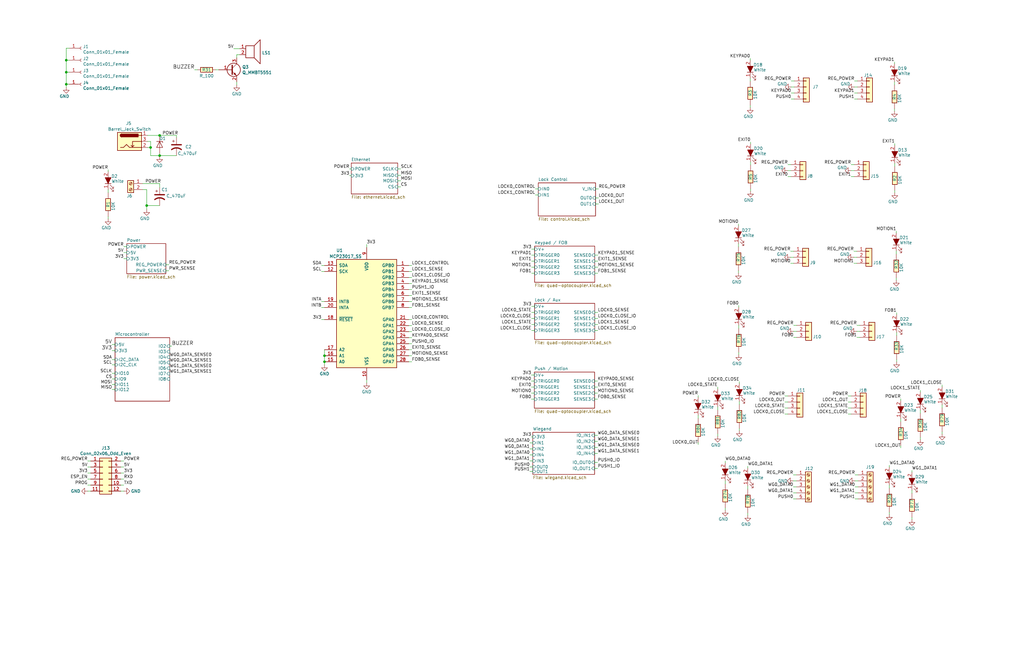
<source format=kicad_sch>
(kicad_sch (version 20230121) (generator eeschema)
  (paper "USLedger")
  (junction (at 136.8298 152.654))
  (junction (at 136.8298 150.114))
  (junction (at 63.5 62.23))
  (junction (at 27.94 30.48))
  (junction (at 61.849 86.741))
  (junction (at 67.31 65.659))
  (junction (at 27.94 25.4))
  (junction (at 27.94 35.56))
  (junction (at 67.31 57.15))
  (wire (pts (xy 67.31 77.47) (xy 67.31 79.121)))
  (wire (pts (xy 47.244 164.3888) (xy 48.514 164.3888)))
  (wire (pts (xy 357.632 167.132) (xy 358.902 167.132)))
  (wire (pts (xy 333.375 108.585) (xy 334.645 108.585)))
  (wire (pts (xy 71.5772 146.0754) (xy 72.4408 146.0754)))
  (wire (pts (xy 375.031 196.342) (xy 375.031 197.104)))
  (wire (pts (xy 29.21 30.48) (xy 27.94 30.48)))
  (wire (pts (xy 360.045 106.045) (xy 361.315 106.045)))
  (wire (pts (xy 334.645 137.287) (xy 335.915 137.287)))
  (wire (pts (xy 224.0534 158.2928) (xy 225.3234 158.2928)))
  (wire (pts (xy 334.518 208.026) (xy 335.788 208.026)))
  (wire (pts (xy 311.404 114.3) (xy 311.404 115.189)))
  (wire (pts (xy 225.7298 79.7052) (xy 226.9998 79.7052)))
  (wire (pts (xy 52.197 197.104) (xy 50.927 197.104)))
  (wire (pts (xy 172.3898 147.574) (xy 173.6598 147.574)))
  (wire (pts (xy 172.3898 137.414) (xy 173.6598 137.414)))
  (wire (pts (xy 38.227 199.644) (xy 36.957 199.644)))
  (wire (pts (xy 311.531 128.905) (xy 311.531 129.667)))
  (wire (pts (xy 47.244 159.9438) (xy 48.514 159.9438)))
  (wire (pts (xy 251.9934 183.6928) (xy 250.7234 183.6928)))
  (wire (pts (xy 135.5598 134.874) (xy 136.8298 134.874)))
  (wire (pts (xy 360.553 205.486) (xy 361.823 205.486)))
  (wire (pts (xy 48.514 151.765) (xy 47.244 151.765)))
  (wire (pts (xy 223.4184 191.9478) (xy 224.6884 191.9478)))
  (wire (pts (xy 27.94 20.32) (xy 27.94 25.4)))
  (wire (pts (xy 36.957 207.264) (xy 38.227 207.264)))
  (wire (pts (xy 311.404 102.87) (xy 311.404 104.14)))
  (wire (pts (xy 29.21 25.4) (xy 27.94 25.4)))
  (wire (pts (xy 315.341 216.535) (xy 315.341 217.424)))
  (wire (pts (xy 172.3898 129.794) (xy 173.6598 129.794)))
  (wire (pts (xy 377.317 68.961) (xy 377.317 70.231)))
  (wire (pts (xy 311.785 180.848) (xy 311.785 181.737)))
  (wire (pts (xy 333.629 34.163) (xy 334.899 34.163)))
  (wire (pts (xy 360.553 208.026) (xy 361.823 208.026)))
  (wire (pts (xy 52.197 194.564) (xy 50.927 194.564)))
  (wire (pts (xy 71.2216 111.7092) (xy 69.9516 111.7092)))
  (wire (pts (xy 224.155 129.286) (xy 225.425 129.286)))
  (wire (pts (xy 27.94 36.83) (xy 27.94 35.56)))
  (wire (pts (xy 61.849 88.392) (xy 61.849 86.741)))
  (wire (pts (xy 252.095 139.446) (xy 250.825 139.446)))
  (wire (pts (xy 316.357 44.45) (xy 316.357 45.339)))
  (wire (pts (xy 379.857 176.657) (xy 379.857 177.927)))
  (wire (pts (xy 252.095 115.316) (xy 250.825 115.316)))
  (wire (pts (xy 360.553 202.946) (xy 361.823 202.946)))
  (wire (pts (xy 60.198 77.47) (xy 67.31 77.47)))
  (wire (pts (xy 333.629 39.243) (xy 334.899 39.243)))
  (wire (pts (xy 172.3898 119.634) (xy 173.6598 119.634)))
  (wire (pts (xy 360.299 36.703) (xy 361.569 36.703)))
  (wire (pts (xy 360.553 200.406) (xy 361.823 200.406)))
  (wire (pts (xy 172.3898 117.094) (xy 173.6598 117.094)))
  (wire (pts (xy 224.155 107.696) (xy 225.425 107.696)))
  (wire (pts (xy 358.902 72.009) (xy 360.172 72.009)))
  (wire (pts (xy 147.3454 71.2724) (xy 148.1074 71.2724)))
  (wire (pts (xy 225.3234 160.8328) (xy 224.0534 160.8328)))
  (wire (pts (xy 360.553 210.566) (xy 361.823 210.566)))
  (wire (pts (xy 45.593 71.628) (xy 45.593 72.39)))
  (wire (pts (xy 61.849 80.01) (xy 60.198 80.01)))
  (wire (pts (xy 136.8298 147.574) (xy 136.8298 150.114)))
  (wire (pts (xy 252.3998 86.0552) (xy 251.1298 86.0552)))
  (wire (pts (xy 172.3898 139.954) (xy 173.6598 139.954)))
  (wire (pts (xy 333.375 106.045) (xy 334.645 106.045)))
  (wire (pts (xy 172.3898 150.114) (xy 173.6598 150.114)))
  (wire (pts (xy 311.531 148.717) (xy 311.531 149.606)))
  (wire (pts (xy 334.518 210.566) (xy 335.788 210.566)))
  (wire (pts (xy 147.3454 74.1172) (xy 148.1074 74.1172)))
  (wire (pts (xy 50.927 204.724) (xy 52.197 204.724)))
  (wire (pts (xy 377.952 117.348) (xy 377.952 118.237)))
  (wire (pts (xy 252.095 134.366) (xy 250.825 134.366)))
  (wire (pts (xy 334.518 205.486) (xy 335.788 205.486)))
  (wire (pts (xy 52.197 207.264) (xy 50.927 207.264)))
  (wire (pts (xy 62.23 62.23) (xy 63.5 62.23)))
  (wire (pts (xy 377.19 45.974) (xy 377.19 46.863)))
  (wire (pts (xy 330.962 169.672) (xy 332.232 169.672)))
  (wire (pts (xy 224.155 110.236) (xy 225.425 110.236)))
  (wire (pts (xy 294.386 186.69) (xy 294.386 187.579)))
  (wire (pts (xy 154.6098 160.274) (xy 154.6098 161.544)))
  (wire (pts (xy 332.232 69.469) (xy 333.502 69.469)))
  (wire (pts (xy 316.484 59.944) (xy 316.484 60.706)))
  (wire (pts (xy 136.8298 153.924) (xy 136.8298 152.654)))
  (wire (pts (xy 360.045 111.125) (xy 361.315 111.125)))
  (wire (pts (xy 378.079 131.953) (xy 378.079 132.715)))
  (wire (pts (xy 311.404 94.488) (xy 311.404 95.25)))
  (wire (pts (xy 333.629 41.783) (xy 334.899 41.783)))
  (wire (pts (xy 52.197 199.644) (xy 50.927 199.644)))
  (wire (pts (xy 224.155 139.446) (xy 225.425 139.446)))
  (wire (pts (xy 98.552 20.574) (xy 101.092 20.574)))
  (wire (pts (xy 224.0534 163.3728) (xy 225.3234 163.3728)))
  (wire (pts (xy 223.4184 186.8678) (xy 224.6884 186.8678)))
  (wire (pts (xy 224.155 136.906) (xy 225.425 136.906)))
  (wire (pts (xy 27.94 30.48) (xy 27.94 35.56)))
  (wire (pts (xy 361.315 139.827) (xy 362.585 139.827)))
  (wire (pts (xy 357.632 174.752) (xy 358.902 174.752)))
  (wire (pts (xy 74.422 58.039) (xy 74.422 57.15)))
  (wire (pts (xy 63.5 65.659) (xy 67.31 65.659)))
  (wire (pts (xy 357.632 169.672) (xy 358.902 169.672)))
  (wire (pts (xy 135.5598 114.554) (xy 136.8298 114.554)))
  (wire (pts (xy 360.299 34.163) (xy 361.569 34.163)))
  (wire (pts (xy 379.857 188.087) (xy 379.857 188.976)))
  (wire (pts (xy 302.641 183.134) (xy 302.641 184.023)))
  (wire (pts (xy 45.593 80.01) (xy 45.593 81.28)))
  (wire (pts (xy 63.5 59.69) (xy 63.5 62.23)))
  (wire (pts (xy 252.3998 79.7052) (xy 251.1298 79.7052)))
  (wire (pts (xy 251.9934 197.6628) (xy 250.7234 197.6628)))
  (wire (pts (xy 69.9516 114.2492) (xy 71.2216 114.2492)))
  (wire (pts (xy 67.31 64.77) (xy 67.31 65.659)))
  (wire (pts (xy 252.095 107.696) (xy 250.825 107.696)))
  (wire (pts (xy 251.9934 191.3128) (xy 250.7234 191.3128)))
  (wire (pts (xy 384.556 218.313) (xy 384.556 219.202)))
  (wire (pts (xy 172.3898 142.494) (xy 173.6598 142.494)))
  (wire (pts (xy 223.4184 189.4078) (xy 224.6884 189.4078)))
  (wire (pts (xy 224.155 115.316) (xy 225.425 115.316)))
  (wire (pts (xy 294.386 175.26) (xy 294.386 176.53)))
  (wire (pts (xy 333.375 111.125) (xy 334.645 111.125)))
  (wire (pts (xy 384.556 198.501) (xy 384.556 199.263)))
  (wire (pts (xy 52.197 202.184) (xy 50.927 202.184)))
  (wire (pts (xy 377.952 97.536) (xy 377.952 98.298)))
  (wire (pts (xy 135.5598 129.794) (xy 136.8298 129.794)))
  (wire (pts (xy 311.531 137.287) (xy 311.531 138.557)))
  (wire (pts (xy 168.9862 78.8416) (xy 167.7162 78.8416)))
  (wire (pts (xy 388.112 173.101) (xy 388.112 174.371)))
  (wire (pts (xy 252.095 112.776) (xy 250.825 112.776)))
  (wire (pts (xy 397.256 162.433) (xy 397.256 163.195)))
  (wire (pts (xy 302.641 163.322) (xy 302.641 164.084)))
  (wire (pts (xy 99.822 23.114) (xy 99.822 24.384)))
  (wire (pts (xy 375.031 216.154) (xy 375.031 217.043)))
  (wire (pts (xy 67.31 65.659) (xy 67.31 66.04)))
  (wire (pts (xy 360.299 41.783) (xy 361.569 41.783)))
  (wire (pts (xy 53.4416 104.0892) (xy 52.1716 104.0892)))
  (wire (pts (xy 315.341 205.105) (xy 315.341 206.375)))
  (wire (pts (xy 251.9934 168.4528) (xy 250.7234 168.4528)))
  (wire (pts (xy 316.484 79.756) (xy 316.484 80.645)))
  (wire (pts (xy 225.3234 165.9128) (xy 224.0534 165.9128)))
  (wire (pts (xy 45.593 91.44) (xy 45.593 92.329)))
  (wire (pts (xy 36.957 194.564) (xy 38.227 194.564)))
  (wire (pts (xy 224.0534 168.4528) (xy 225.3234 168.4528)))
  (wire (pts (xy 36.957 197.104) (xy 38.227 197.104)))
  (wire (pts (xy 388.112 184.531) (xy 388.112 185.42)))
  (wire (pts (xy 252.095 131.826) (xy 250.825 131.826)))
  (wire (pts (xy 62.23 57.15) (xy 67.31 57.15)))
  (wire (pts (xy 316.484 68.326) (xy 316.484 69.596)))
  (wire (pts (xy 67.31 65.659) (xy 74.422 65.659)))
  (wire (pts (xy 305.816 202.946) (xy 305.816 204.216)))
  (wire (pts (xy 99.822 23.114) (xy 101.092 23.114)))
  (wire (pts (xy 99.822 35.814) (xy 99.822 34.544)))
  (wire (pts (xy 223.4184 194.4878) (xy 224.6884 194.4878)))
  (wire (pts (xy 377.952 105.918) (xy 377.952 107.188)))
  (wire (pts (xy 135.5598 127.254) (xy 136.8298 127.254)))
  (wire (pts (xy 251.9934 165.9128) (xy 250.7234 165.9128)))
  (wire (pts (xy 27.94 35.56) (xy 29.21 35.56)))
  (wire (pts (xy 224.155 112.776) (xy 225.425 112.776)))
  (wire (pts (xy 83.312 29.464) (xy 82.042 29.464)))
  (wire (pts (xy 311.785 161.036) (xy 311.785 161.798)))
  (wire (pts (xy 48.514 145.415) (xy 47.244 145.415)))
  (wire (pts (xy 38.227 204.724) (xy 36.957 204.724)))
  (wire (pts (xy 251.9934 195.1228) (xy 250.7234 195.1228)))
  (wire (pts (xy 251.9934 188.7728) (xy 250.7234 188.7728)))
  (wire (pts (xy 250.7234 163.3728) (xy 251.9934 163.3728)))
  (wire (pts (xy 172.3898 152.654) (xy 173.6598 152.654)))
  (wire (pts (xy 316.357 24.638) (xy 316.357 25.4)))
  (wire (pts (xy 47.244 162.2298) (xy 48.514 162.2298)))
  (wire (pts (xy 172.3898 112.014) (xy 173.6598 112.014)))
  (wire (pts (xy 377.317 60.579) (xy 377.317 61.341)))
  (wire (pts (xy 384.556 206.883) (xy 384.556 208.153)))
  (wire (pts (xy 251.9934 160.8328) (xy 250.7234 160.8328)))
  (wire (pts (xy 47.244 157.5308) (xy 48.514 157.5308)))
  (wire (pts (xy 357.632 172.212) (xy 358.902 172.212)))
  (wire (pts (xy 311.785 169.418) (xy 311.785 170.688)))
  (wire (pts (xy 223.4184 197.0278) (xy 224.6884 197.0278)))
  (wire (pts (xy 53.4416 109.1692) (xy 52.1716 109.1692)))
  (wire (pts (xy 172.3898 127.254) (xy 173.6598 127.254)))
  (wire (pts (xy 251.9934 186.2328) (xy 250.7234 186.2328)))
  (wire (pts (xy 224.155 105.156) (xy 225.425 105.156)))
  (wire (pts (xy 330.962 167.132) (xy 332.232 167.132)))
  (wire (pts (xy 332.232 72.009) (xy 333.502 72.009)))
  (wire (pts (xy 330.962 174.752) (xy 332.232 174.752)))
  (wire (pts (xy 48.514 147.955) (xy 47.244 147.955)))
  (wire (pts (xy 378.079 151.765) (xy 378.079 152.654)))
  (wire (pts (xy 397.256 182.245) (xy 397.256 183.134)))
  (wire (pts (xy 315.341 196.723) (xy 315.341 197.485)))
  (wire (pts (xy 154.6098 103.124) (xy 154.6098 104.394)))
  (wire (pts (xy 225.7298 82.2452) (xy 226.9998 82.2452)))
  (wire (pts (xy 375.031 204.724) (xy 375.031 205.994)))
  (wire (pts (xy 252.095 110.236) (xy 250.825 110.236)))
  (wire (pts (xy 38.227 202.184) (xy 36.957 202.184)))
  (wire (pts (xy 136.8298 112.014) (xy 135.5598 112.014)))
  (wire (pts (xy 48.514 153.924) (xy 47.244 153.924)))
  (wire (pts (xy 223.4184 198.9328) (xy 224.6884 198.9328)))
  (wire (pts (xy 172.3898 114.554) (xy 173.6598 114.554)))
  (wire (pts (xy 358.902 74.549) (xy 360.172 74.549)))
  (wire (pts (xy 61.849 86.741) (xy 61.849 80.01)))
  (wire (pts (xy 388.112 164.719) (xy 388.112 165.481)))
  (wire (pts (xy 361.315 137.287) (xy 362.585 137.287)))
  (wire (pts (xy 136.8298 150.114) (xy 136.8298 152.654)))
  (wire (pts (xy 29.21 20.32) (xy 27.94 20.32)))
  (wire (pts (xy 302.641 171.704) (xy 302.641 172.974)))
  (wire (pts (xy 360.299 39.243) (xy 361.569 39.243)))
  (wire (pts (xy 332.232 74.549) (xy 333.502 74.549)))
  (wire (pts (xy 330.962 172.212) (xy 332.232 172.212)))
  (wire (pts (xy 305.816 214.376) (xy 305.816 215.265)))
  (wire (pts (xy 53.4416 106.6292) (xy 52.1716 106.6292)))
  (wire (pts (xy 168.9862 74.0156) (xy 167.7162 74.0156)))
  (wire (pts (xy 172.3898 134.874) (xy 173.6598 134.874)))
  (wire (pts (xy 316.357 33.02) (xy 316.357 34.29)))
  (wire (pts (xy 168.9862 71.2724) (xy 167.7162 71.2724)))
  (wire (pts (xy 67.31 57.15) (xy 74.422 57.15)))
  (wire (pts (xy 224.155 131.826) (xy 225.425 131.826)))
  (wire (pts (xy 378.079 140.335) (xy 378.079 141.605)))
  (wire (pts (xy 172.3898 145.034) (xy 173.6598 145.034)))
  (wire (pts (xy 334.645 139.827) (xy 335.915 139.827)))
  (wire (pts (xy 62.23 59.69) (xy 63.5 59.69)))
  (wire (pts (xy 377.317 80.391) (xy 377.317 81.28)))
  (wire (pts (xy 377.19 26.162) (xy 377.19 26.924)))
  (wire (pts (xy 251.1298 83.5152) (xy 252.3998 83.5152)))
  (wire (pts (xy 252.095 136.906) (xy 250.825 136.906)))
  (wire (pts (xy 358.902 69.469) (xy 360.172 69.469)))
  (wire (pts (xy 224.0534 184.3278) (xy 224.6884 184.3278)))
  (wire (pts (xy 333.629 36.703) (xy 334.899 36.703)))
  (wire (pts (xy 334.518 202.946) (xy 335.788 202.946)))
  (wire (pts (xy 168.9862 76.3016) (xy 167.7162 76.3016)))
  (wire (pts (xy 172.3898 124.714) (xy 173.6598 124.714)))
  (wire (pts (xy 27.94 25.4) (xy 27.94 30.48)))
  (wire (pts (xy 361.315 142.367) (xy 362.585 142.367)))
  (wire (pts (xy 224.155 134.366) (xy 225.425 134.366)))
  (wire (pts (xy 61.849 86.741) (xy 67.31 86.741)))
  (wire (pts (xy 63.5 62.23) (xy 63.5 65.659)))
  (wire (pts (xy 294.386 166.878) (xy 294.386 167.64)))
  (wire (pts (xy 397.256 170.815) (xy 397.256 172.085)))
  (wire (pts (xy 379.857 168.275) (xy 379.857 169.037)))
  (wire (pts (xy 172.3898 122.174) (xy 173.6598 122.174)))
  (wire (pts (xy 377.19 34.544) (xy 377.19 35.814)))
  (wire (pts (xy 334.645 142.367) (xy 335.915 142.367)))
  (wire (pts (xy 360.045 108.585) (xy 361.315 108.585)))
  (wire (pts (xy 305.816 194.564) (xy 305.816 195.326)))
  (wire (pts (xy 90.932 29.464) (xy 92.202 29.464)))
  (wire (pts (xy 334.518 200.406) (xy 335.788 200.406)))
  (label "SCL" (at 135.5598 114.554 180))
  (label "LOCK1_CLOSE" (at 224.155 139.446 180))
  (label "3V3" (at 154.6098 103.124 0))
  (label "POWER" (at 68.453 57.15 0))
  (label "KEYPAD1" (at 224.155 107.696 180))
  (label "LOCK0_CLOSE" (at 330.962 174.752 180))
  (label "5V" (at 52.197 197.104 0))
  (label "POWER" (at 61.214 77.47 0))
  (label "PUSH0" (at 334.518 210.566 180))
  (label "WG0_DATA1" (at 315.341 196.723 0))
  (label "EXIT1" (at 377.317 60.579 180))
  (label "LOCK0_STATE" (at 224.155 131.826 180))
  (label "REG_POWER" (at 332.232 69.469 180))
  (label "3V3" (at 147.3454 74.1172 180))
  (label "FOB1" (at 224.155 115.316 180))
  (label "REG_POWER" (at 333.629 34.163 180))
  (label "POWER" (at 379.857 168.275 180))
  (label "WG0_DATA_SENSE1" (at 251.9934 186.2328 0))
  (label "LOCK0_CLOSE_IO" (at 252.095 134.366 0))
  (label "LOCK0_SENSE" (at 252.095 131.826 0))
  (label "PUSH0" (at 223.4184 197.0278 180))
  (label "WG1_DATA0" (at 360.553 205.486 180))
  (label "LOCK0_OUT" (at 294.386 187.579 180))
  (label "REG_POWER" (at 36.957 194.564 180))
  (label "LOCK1_CONTROL" (at 173.6598 112.014 0))
  (label "REG_POWER" (at 252.3998 79.7052 0))
  (label "WG0_DATA0" (at 223.4184 186.8678 180))
  (label "POWER" (at 330.962 167.132 180))
  (label "PUSH0_IO" (at 173.6598 145.034 0))
  (label "LOCK0_CLOSE" (at 224.155 134.366 180))
  (label "WG1_DATA_SENSE1" (at 251.9934 191.3128 0))
  (label "WG1_DATA_SENSE0" (at 251.9934 188.7728 0))
  (label "FOB0" (at 334.645 142.367 180))
  (label "PROG" (at 36.957 204.724 180))
  (label "MOTION1" (at 224.155 112.776 180))
  (label "KEYPAD0" (at 316.357 24.638 180))
  (label "WG0_DATA_SENSE0" (at 251.9934 183.6928 0))
  (label "MOTION1" (at 360.045 111.125 180))
  (label "WG1_DATA0" (at 223.4184 191.9478 180))
  (label "POWER" (at 52.197 194.564 0))
  (label "ESP_EN" (at 36.957 202.184 180))
  (label "WG1_DATA1" (at 360.553 208.026 180))
  (label "3V3" (at 224.0534 184.3278 180))
  (label "EXIT0" (at 224.0534 163.3728 180))
  (label "SDA" (at 135.5598 112.014 180))
  (label "EXIT1_SENSE" (at 252.095 110.236 0))
  (label "LOCK1_SENSE" (at 252.095 136.906 0))
  (label "WG0_DATA1" (at 334.518 208.026 180))
  (label "POWER" (at 45.593 71.628 180))
  (label "LOCK1_CLOSE" (at 397.256 162.433 180))
  (label "FOB0" (at 311.531 128.905 180))
  (label "KEYPAD0" (at 333.629 39.243 180))
  (label "MOTION0" (at 333.375 111.125 180))
  (label "MOTION0" (at 311.404 94.488 180))
  (label "FOB0_SENSE" (at 251.9934 168.4528 0))
  (label "PUSH1" (at 223.4184 198.9328 180))
  (label "BUZZER" (at 82.042 29.464 180) (effects (font (size 1.524 1.524))))
  (label "SCLK" (at 47.244 157.5308 180))
  (label "POWER" (at 294.386 166.878 180))
  (label "WG1_DATA0" (at 375.031 196.342 0))
  (label "LOCK1_STATE" (at 224.155 136.906 180))
  (label "WG1_DATA1" (at 223.4184 194.4878 180))
  (label "3V3" (at 47.244 147.955 180) (effects (font (size 1.524 1.524))))
  (label "LOCK1_OUT" (at 379.857 188.976 180))
  (label "LOCK0_CLOSE" (at 311.785 161.036 180))
  (label "KEYPAD1" (at 377.19 26.162 180))
  (label "WG0_DATA_SENSE1" (at 71.5772 152.9842 0))
  (label "KEYPAD1_SENSE" (at 173.6598 119.634 0))
  (label "LOCK0_OUT" (at 330.962 169.672 180))
  (label "3V3" (at 36.957 199.644 180))
  (label "KEYPAD0_SENSE" (at 173.6598 142.494 0))
  (label "POWER" (at 357.632 167.132 180))
  (label "LOCK0_STATE" (at 302.641 163.322 180))
  (label "FOB1_SENSE" (at 173.6598 129.794 0))
  (label "LOCK1_CONTROL" (at 225.7298 82.2452 180))
  (label "LOCK1_OUT" (at 357.632 169.672 180))
  (label "REG_POWER" (at 333.375 106.045 180))
  (label "MOSI" (at 47.244 162.2298 180))
  (label "3V3" (at 52.197 199.644 0))
  (label "LOCK1_CLOSE_IO" (at 173.6598 117.094 0))
  (label "KEYPAD0" (at 224.0534 160.8328 180))
  (label "LOCK0_OUT" (at 252.3998 83.5152 0))
  (label "PUSH0_IO" (at 251.9934 195.1228 0))
  (label "LOCK1_SENSE" (at 173.6598 114.554 0))
  (label "MISO" (at 168.9862 74.0156 0))
  (label "FOB0_SENSE" (at 173.6598 152.654 0))
  (label "FOB1" (at 361.315 142.367 180))
  (label "MOTION0" (at 224.0534 165.9128 180))
  (label "WG0_DATA1" (at 223.4184 189.4078 180))
  (label "3V3" (at 224.155 129.286 180))
  (label "REG_POWER" (at 360.553 200.406 180))
  (label "EXIT0" (at 316.484 59.944 180))
  (label "MOSI" (at 168.9862 76.3016 0))
  (label "LOCK0_STATE" (at 330.962 172.212 180))
  (label "WG0_DATA_SENSE0" (at 71.5772 150.6982 0))
  (label "FOB1" (at 378.079 131.953 180))
  (label "CS" (at 168.9862 78.8416 0))
  (label "LOCK0_CONTROL" (at 173.6598 134.874 0))
  (label "EXIT1" (at 358.902 74.549 180))
  (label "LOCK1_OUT" (at 252.3998 86.0552 0))
  (label "5V" (at 36.957 197.104 180))
  (label "PUSH1" (at 360.299 41.783 180))
  (label "BUZZER" (at 72.4408 146.0754 0) (effects (font (size 1.524 1.524))))
  (label "LOCK1_CLOSE_IO" (at 252.095 139.446 0))
  (label "REG_POWER" (at 360.045 106.045 180))
  (label "MOTION1_SENSE" (at 252.095 112.776 0))
  (label "MOTION0_SENSE" (at 173.6598 150.114 0))
  (label "POWER" (at 52.1716 104.0892 180))
  (label "3V3" (at 224.155 105.156 180))
  (label "PUSH1_IO" (at 251.9934 197.6628 0))
  (label "5V" (at 52.1716 106.6292 180))
  (label "SCL" (at 47.244 153.924 180))
  (label "POWER" (at 147.3454 71.2724 180))
  (label "WG1_DATA_SENSE0" (at 71.5772 155.3972 0))
  (label "SDA" (at 47.244 151.765 180))
  (label "PWR_SENSE" (at 71.2216 114.2492 0))
  (label "3V3" (at 135.5598 134.874 180))
  (label "CS" (at 47.244 159.9438 180))
  (label "EXIT1_SENSE" (at 173.6598 124.714 0))
  (label "FOB0" (at 224.0534 168.4528 180))
  (label "LOCK1_STATE" (at 388.112 164.719 180))
  (label "PUSH0" (at 333.629 41.783 180))
  (label "REG_POWER" (at 71.2216 111.7092 0))
  (label "EXIT1" (at 224.155 110.236 180))
  (label "PUSH1" (at 360.553 210.566 180))
  (label "MOTION1_SENSE" (at 173.6598 127.254 0))
  (label "REG_POWER" (at 334.645 137.287 180))
  (label "FOB1_SENSE" (at 252.095 115.316 0))
  (label "LOCK0_SENSE" (at 173.6598 137.414 0))
  (label "LOCK1_STATE" (at 357.632 172.212 180))
  (label "KEYPAD1_SENSE" (at 252.095 107.696 0))
  (label "LOCK0_CONTROL" (at 225.7298 79.7052 180))
  (label "WG1_DATA1" (at 384.556 198.501 0))
  (label "SCLK" (at 168.9862 71.2724 0))
  (label "REG_POWER" (at 360.299 34.163 180))
  (label "TXD" (at 52.197 204.724 0))
  (label "KEYPAD1" (at 360.299 39.243 180))
  (label "LOCK0_CLOSE_IO" (at 173.6598 139.954 0))
  (label "3V3" (at 224.0534 158.2928 180))
  (label "EXIT0" (at 332.232 74.549 180))
  (label "EXIT0_SENSE" (at 173.6598 147.574 0))
  (label "WG1_DATA_SENSE1" (at 71.5772 157.6832 0))
  (label "EXIT0_SENSE" (at 251.9934 163.3728 0))
  (label "5V" (at 47.244 145.415 180) (effects (font (size 1.524 1.524))))
  (label "PUSH1_IO" (at 173.6598 122.174 0))
  (label "MISO" (at 47.244 164.3888 180))
  (label "RXD" (at 52.197 202.184 0))
  (label "MOTION0_SENSE" (at 251.9934 165.9128 0))
  (label "WG0_DATA0" (at 334.518 205.486 180))
  (label "REG_POWER" (at 358.902 69.469 180))
  (label "KEYPAD0_SENSE" (at 251.9934 160.8328 0))
  (label "WG0_DATA0" (at 305.816 194.564 0))
  (label "3V3" (at 52.1716 109.1692 180))
  (label "INTA" (at 135.5598 127.254 180))
  (label "REG_POWER" (at 361.315 137.287 180))
  (label "REG_POWER" (at 334.518 200.406 180))
  (label "INTB" (at 135.5598 129.794 180))
  (label "5V" (at 98.552 20.574 180))
  (label "MOTION1" (at 377.952 97.536 180))
  (label "LOCK1_CLOSE" (at 357.632 174.752 180))
  (symbol (lib_id "Open_Automation:MCP23017_SS") (at 154.6098 132.334 0) (unit 1)
    (property "Reference" "U1" (at 143.1798 105.664 0))
    (property "Value" "MCP23017_SS" (at 145.7198 108.204 0))
    (property "Footprint" "Package_SO:SOIC-28W_7.5x17.9mm_P1.27mm" (effects hide))
    (property "Datasheet" "https://datasheet.lcsc.com/szlcsc/Microchip-Tech-MCP23017-E-SO_C47023.pdf" (effects hide))
    (property "Part Number" "MCP23017-E/SO" (effects hide))
    (property "LCSC" "C47023" (effects hide))
  )
  (symbol (lib_id "power:GND") (at 154.6098 161.544 0) (unit 1)
    (property "Reference" "#PWR018" (effects hide))
    (property "Value" "GND" (at 154.6098 165.354 0))
  )
  (symbol (lib_id "power:GND") (at 136.8298 153.924 0) (unit 1)
    (property "Reference" "#PWR017" (effects hide))
    (property "Value" "GND" (at 136.8298 157.734 0))
  )
  (symbol (lib_id "power:GND") (at 52.197 207.264 90) (unit 1)
    (property "Reference" "#PWR011" (effects hide))
    (property "Value" "GND" (at 57.277 207.264 90))
  )
  (symbol (lib_id "power:GND") (at 36.957 207.264 270) (unit 1)
    (property "Reference" "#PWR010" (effects hide))
    (property "Value" "GND" (at 31.877 207.264 90))
  )
  (symbol (lib_id "power:GND") (at 67.31 66.04 0) (unit 1)
    (property "Reference" "#PWR03" (effects hide))
    (property "Value" "GND" (at 68.58 69.85 0) (effects (justify right)))
  )
  (symbol (lib_id "Open_Automation:D_Zener") (at 67.31 60.96 270) (unit 1)
    (property "Reference" "D1" (at 68.58 58.42 90))
    (property "Value" "D_Zener" (effects hide))
    (property "Footprint" "Diode_SMD:D_SMB_Handsoldering" (effects hide))
    (property "Datasheet" "https://datasheet.lcsc.com/szlcsc/Shenzhen-Ruilongyuan-Elec-SMBJ26CA_C8835.pdf" (effects hide))
    (property "Part Number" "SMBJ26CA" (effects hide))
    (property "LCSC" "C8835" (effects hide))
  )
  (symbol (lib_id "Connector_Generic:Conn_02x06_Odd_Even") (at 43.307 199.644 0) (unit 1)
    (property "Reference" "J13" (at 44.577 189.0522 0))
    (property "Value" "Conn_02x06_Odd_Even" (at 44.577 191.3636 0))
    (property "Footprint" "Connector_PinHeader_2.54mm:PinHeader_2x06_P2.54mm_Vertical_SMD" (effects hide))
    (property "Part Number" "X6521WVS-2x06H-C60D74" (effects hide))
    (property "LCSC" "C2884015" (effects hide))
  )
  (symbol (lib_id "Connector:Conn_01x01_Female") (at 34.29 20.32 0) (unit 1)
    (property "Reference" "J1" (at 35.0012 19.6596 0) (effects (justify left)))
    (property "Value" "Conn_01x01_Female" (at 35.0012 21.971 0) (effects (justify left)))
    (property "Footprint" "Open_Automation:Mount_Hole" (effects hide))
  )
  (symbol (lib_id "Connector:Conn_01x01_Female") (at 34.29 25.4 0) (unit 1)
    (property "Reference" "J2" (at 35.0012 24.7396 0) (effects (justify left)))
    (property "Value" "Conn_01x01_Female" (at 35.0012 27.051 0) (effects (justify left)))
    (property "Footprint" "Open_Automation:Mount_Hole" (effects hide))
  )
  (symbol (lib_id "Connector:Conn_01x01_Female") (at 34.29 30.48 0) (unit 1)
    (property "Reference" "J3" (at 35.0012 29.8196 0) (effects (justify left)))
    (property "Value" "Conn_01x01_Female" (at 35.0012 32.131 0) (effects (justify left)))
    (property "Footprint" "Open_Automation:Mount_Hole" (effects hide))
  )
  (symbol (lib_id "Connector:Conn_01x01_Female") (at 34.29 35.56 0) (unit 1)
    (property "Reference" "J4" (at 35.0012 34.8996 0) (effects (justify left)))
    (property "Value" "Conn_01x01_Female" (at 35.0012 37.211 0) (effects (justify left)))
    (property "Footprint" "Open_Automation:Mount_Hole" (effects hide))
  )
  (symbol (lib_id "power:GND") (at 27.94 36.83 0) (unit 1)
    (property "Reference" "#PWR01" (effects hide))
    (property "Value" "GND" (at 29.21 40.64 0) (effects (justify right)))
  )
  (symbol (lib_name "R_10K_0402_3") (lib_id "Open_Automation:R_10K_0402") (at 377.19 40.894 0) (unit 1)
    (property "Reference" "R4" (at 377.19 42.164 90) (effects (justify left)))
    (property "Value" "10K" (at 379.3236 43.4848 90) (effects (justify left)))
    (property "Footprint" "Resistor_SMD:R_0402_1005Metric_Pad0.72x0.64mm_HandSolder" (effects hide))
    (property "Datasheet" "https://datasheet.lcsc.com/szlcsc/Uniroyal-Elec-0402WGF1002TCE_C25744.pdf" (effects hide))
    (property "Part Number" "0402WGF1002TCE" (effects hide))
    (property "LCSC" "C25744" (effects hide))
  )
  (symbol (lib_id "power:GND") (at 311.531 149.606 0) (unit 1)
    (property "Reference" "#PWR0101" (effects hide))
    (property "Value" "GND" (at 312.801 153.416 0) (effects (justify right)))
  )
  (symbol (lib_id "open_automation:Terminal_01x03") (at 365.252 72.009 0) (unit 1)
    (property "Reference" "J15" (at 367.03 74.295 0) (effects (justify left)))
    (property "Value" "Terminal_01x03" (effects hide))
    (property "Footprint" "TerminalBlock_Phoenix:TerminalBlock_Phoenix_MKDS-3-3-5.08_1x03_P5.08mm_Horizontal" (effects hide))
    (property "Datasheet" "https://jlcpcb.com/partdetail/Ningbo_KangnexElec-WJ2EDGRC_5_083P/C8377" (effects hide))
    (property "LCSC" "C8377" (effects hide))
    (property "Part Number" "WJ2EDGRC-5.08-3P" (effects hide))
  )
  (symbol (lib_name "R_10K_0402_3") (lib_id "Open_Automation:R_10K_0402") (at 379.857 183.007 0) (unit 1)
    (property "Reference" "R34" (at 379.857 184.277 90) (effects (justify left)))
    (property "Value" "10K" (at 381.9906 185.5978 90) (effects (justify left)))
    (property "Footprint" "Resistor_SMD:R_0402_1005Metric_Pad0.72x0.64mm_HandSolder" (effects hide))
    (property "Datasheet" "https://datasheet.lcsc.com/szlcsc/Uniroyal-Elec-0402WGF1002TCE_C25744.pdf" (effects hide))
    (property "Part Number" "0402WGF1002TCE" (effects hide))
    (property "LCSC" "C25744" (effects hide))
  )
  (symbol (lib_id "open_automation:Terminal_01x03") (at 366.395 108.585 0) (unit 1)
    (property "Reference" "J16" (at 368.173 110.871 0) (effects (justify left)))
    (property "Value" "Terminal_01x03" (effects hide))
    (property "Footprint" "TerminalBlock_Phoenix:TerminalBlock_Phoenix_MKDS-3-3-5.08_1x03_P5.08mm_Horizontal" (effects hide))
    (property "Datasheet" "https://jlcpcb.com/partdetail/Ningbo_KangnexElec-WJ2EDGRC_5_083P/C8377" (effects hide))
    (property "LCSC" "C8377" (effects hide))
    (property "Part Number" "WJ2EDGRC-5.08-3P" (effects hide))
  )
  (symbol (lib_id "power:GND") (at 316.357 45.339 0) (unit 1)
    (property "Reference" "#PWR021" (effects hide))
    (property "Value" "GND" (at 317.627 49.149 0) (effects (justify right)))
  )
  (symbol (lib_id "power:GND") (at 360.553 202.946 270) (unit 1)
    (property "Reference" "#PWR016" (effects hide))
    (property "Value" "GND" (at 356.108 202.946 90))
  )
  (symbol (lib_id "open_automation:LED-0603-W") (at 316.484 64.516 90) (unit 1)
    (property "Reference" "D20" (at 317.8048 62.6618 90) (effects (justify right)))
    (property "Value" "White" (at 317.9318 64.7954 90) (effects (justify right)))
    (property "Footprint" "LED_SMD:LED_0603_1608Metric_Pad1.05x0.95mm_HandSolder" (effects hide))
    (property "Datasheet" "https://jlcpcb.com/partdetail/Hubei_KentoElec-KT0603W/C2290" (effects hide))
    (property "Part Number" "KT-0603W" (effects hide))
    (property "LCSC" "C2290" (effects hide))
  )
  (symbol (lib_id "open_automation:Screw_Terminal_01x05") (at 340.868 205.486 0) (unit 1)
    (property "Reference" "J12" (at 339.344 197.739 0) (effects (justify left)))
    (property "Value" "Screw_Terminal_01x05" (effects hide))
    (property "Footprint" "TerminalBlock_Phoenix:TerminalBlock_Phoenix_MKDS-3-5-5.08_1x05_P5.08mm_Horizontal" (effects hide))
    (property "Datasheet" "https://jlcpcb.com/partdetail/Ningbo_KangnexElec-WJ2EDGRC_5_085P/C8457" (effects hide))
    (property "LCSC" "C8457" (effects hide))
    (property "Part Number" "WJ2EDGRC-5.08-5P" (effects hide))
  )
  (symbol (lib_name "R_10K_0402_3") (lib_id "Open_Automation:R_10K_0402") (at 305.816 209.296 0) (unit 1)
    (property "Reference" "R74" (at 305.816 210.566 90) (effects (justify left)))
    (property "Value" "10K" (at 307.9496 211.8868 90) (effects (justify left)))
    (property "Footprint" "Resistor_SMD:R_0402_1005Metric_Pad0.72x0.64mm_HandSolder" (effects hide))
    (property "Datasheet" "https://datasheet.lcsc.com/szlcsc/Uniroyal-Elec-0402WGF1002TCE_C25744.pdf" (effects hide))
    (property "Part Number" "0402WGF1002TCE" (effects hide))
    (property "LCSC" "C25744" (effects hide))
  )
  (symbol (lib_id "open_automation:LED-0603-W") (at 316.357 29.21 90) (unit 1)
    (property "Reference" "D18" (at 317.6778 27.3558 90) (effects (justify right)))
    (property "Value" "White" (at 317.8048 29.4894 90) (effects (justify right)))
    (property "Footprint" "LED_SMD:LED_0603_1608Metric_Pad1.05x0.95mm_HandSolder" (effects hide))
    (property "Datasheet" "https://jlcpcb.com/partdetail/Hubei_KentoElec-KT0603W/C2290" (effects hide))
    (property "Part Number" "KT-0603W" (effects hide))
    (property "LCSC" "C2290" (effects hide))
  )
  (symbol (lib_id "power:GND") (at 316.484 80.645 0) (unit 1)
    (property "Reference" "#PWR023" (effects hide))
    (property "Value" "GND" (at 317.754 84.455 0) (effects (justify right)))
  )
  (symbol (lib_id "power:GND") (at 378.079 152.654 0) (unit 1)
    (property "Reference" "#PWR059" (effects hide))
    (property "Value" "GND" (at 379.349 156.464 0) (effects (justify right)))
  )
  (symbol (lib_name "R_10K_0402_3") (lib_id "Open_Automation:R_10K_0402") (at 311.785 175.768 0) (unit 1)
    (property "Reference" "R82" (at 311.785 177.038 90) (effects (justify left)))
    (property "Value" "10K" (at 313.9186 178.3588 90) (effects (justify left)))
    (property "Footprint" "Resistor_SMD:R_0402_1005Metric_Pad0.72x0.64mm_HandSolder" (effects hide))
    (property "Datasheet" "https://datasheet.lcsc.com/szlcsc/Uniroyal-Elec-0402WGF1002TCE_C25744.pdf" (effects hide))
    (property "Part Number" "0402WGF1002TCE" (effects hide))
    (property "LCSC" "C25744" (effects hide))
  )
  (symbol (lib_id "power:GND") (at 397.256 183.134 0) (unit 1)
    (property "Reference" "#PWR060" (effects hide))
    (property "Value" "GND" (at 398.526 186.944 0) (effects (justify right)))
  )
  (symbol (lib_id "open_automation:LED-0603-W") (at 305.816 199.136 90) (unit 1)
    (property "Reference" "D26" (at 307.1368 197.2818 90) (effects (justify right)))
    (property "Value" "White" (at 307.2638 199.4154 90) (effects (justify right)))
    (property "Footprint" "LED_SMD:LED_0603_1608Metric_Pad1.05x0.95mm_HandSolder" (effects hide))
    (property "Datasheet" "https://jlcpcb.com/partdetail/Hubei_KentoElec-KT0603W/C2290" (effects hide))
    (property "Part Number" "KT-0603W" (effects hide))
    (property "LCSC" "C2290" (effects hide))
  )
  (symbol (lib_id "open_automation:LED-0603-W") (at 311.785 165.608 90) (unit 1)
    (property "Reference" "D34" (at 313.1058 163.7538 90) (effects (justify right)))
    (property "Value" "White" (at 313.2328 165.8874 90) (effects (justify right)))
    (property "Footprint" "LED_SMD:LED_0603_1608Metric_Pad1.05x0.95mm_HandSolder" (effects hide))
    (property "Datasheet" "https://jlcpcb.com/partdetail/Hubei_KentoElec-KT0603W/C2290" (effects hide))
    (property "Part Number" "KT-0603W" (effects hide))
    (property "LCSC" "C2290" (effects hide))
  )
  (symbol (lib_name "R_10K_0402_3") (lib_id "Open_Automation:R_10K_0402") (at 378.079 146.685 0) (unit 1)
    (property "Reference" "R33" (at 378.079 147.955 90) (effects (justify left)))
    (property "Value" "10K" (at 380.2126 149.2758 90) (effects (justify left)))
    (property "Footprint" "Resistor_SMD:R_0402_1005Metric_Pad0.72x0.64mm_HandSolder" (effects hide))
    (property "Datasheet" "https://datasheet.lcsc.com/szlcsc/Uniroyal-Elec-0402WGF1002TCE_C25744.pdf" (effects hide))
    (property "Part Number" "0402WGF1002TCE" (effects hide))
    (property "LCSC" "C25744" (effects hide))
  )
  (symbol (lib_id "open_automation:Terminal_01x03") (at 338.582 72.009 0) (unit 1)
    (property "Reference" "J8" (at 340.36 74.295 0) (effects (justify left)))
    (property "Value" "Terminal_01x03" (effects hide))
    (property "Footprint" "TerminalBlock_Phoenix:TerminalBlock_Phoenix_MKDS-3-3-5.08_1x03_P5.08mm_Horizontal" (effects hide))
    (property "Datasheet" "https://jlcpcb.com/partdetail/Ningbo_KangnexElec-WJ2EDGRC_5_083P/C8377" (effects hide))
    (property "LCSC" "C8377" (effects hide))
    (property "Part Number" "WJ2EDGRC-5.08-3P" (effects hide))
  )
  (symbol (lib_id "power:GND") (at 360.045 108.585 270) (unit 1)
    (property "Reference" "#PWR014" (effects hide))
    (property "Value" "GND" (at 356.235 107.315 90))
  )
  (symbol (lib_id "power:GND") (at 361.315 139.827 270) (unit 1)
    (property "Reference" "#PWR015" (effects hide))
    (property "Value" "GND" (at 357.505 138.557 90))
  )
  (symbol (lib_id "open_automation:Terminal_01x03") (at 340.995 139.827 0) (unit 1)
    (property "Reference" "J10" (at 342.773 142.113 0) (effects (justify left)))
    (property "Value" "Terminal_01x03" (effects hide))
    (property "Footprint" "TerminalBlock_Phoenix:TerminalBlock_Phoenix_MKDS-3-3-5.08_1x03_P5.08mm_Horizontal" (effects hide))
    (property "Datasheet" "https://jlcpcb.com/partdetail/Ningbo_KangnexElec-WJ2EDGRC_5_083P/C8377" (effects hide))
    (property "LCSC" "C8377" (effects hide))
    (property "Part Number" "WJ2EDGRC-5.08-3P" (effects hide))
  )
  (symbol (lib_id "power:GND") (at 333.375 108.585 270) (unit 1)
    (property "Reference" "#PWR07" (effects hide))
    (property "Value" "GND" (at 329.565 107.315 90))
  )
  (symbol (lib_id "Open Automation:S_YXDZ") (at 106.172 20.574 0) (unit 1)
    (property "Reference" "LS1" (at 110.49 22.2778 0) (effects (justify left)))
    (property "Value" "TMB12A05" (effects hide))
    (property "Footprint" "Open_Automation:S_YXDZ" (effects hide))
    (property "Datasheet" "https://jlcpcb.com/partdetail/Jiangsu_HuanengElec-TMB12A05/C96093" (effects hide))
    (property "Part Number" "TMB12A05" (effects hide))
    (property "LCSC" "C96093" (effects hide))
  )
  (symbol (lib_name "Q_MMBT5551_1") (lib_id "Open_Automation:Q_MMBT5551") (at 97.282 29.464 0) (unit 1)
    (property "Reference" "Q3" (at 102.1334 28.2956 0) (effects (justify left)))
    (property "Value" "Q_MMBT5551" (at 102.1334 30.607 0) (effects (justify left)))
    (property "Footprint" "Package_TO_SOT_SMD:SOT-23" (effects hide))
    (property "Datasheet" "https://datasheet.lcsc.com/szlcsc/Changjiang-Electronics-Tech-CJ-SS8050_C2150.pdf" (effects hide))
    (property "Part Number" "MMBT5551" (effects hide))
    (property "LCSC" "C2145" (effects hide))
  )
  (symbol (lib_id "open_automation:LED-0603-W") (at 384.556 203.073 90) (unit 1)
    (property "Reference" "D29" (at 385.8768 201.2188 90) (effects (justify right)))
    (property "Value" "White" (at 386.0038 203.3524 90) (effects (justify right)))
    (property "Footprint" "LED_SMD:LED_0603_1608Metric_Pad1.05x0.95mm_HandSolder" (effects hide))
    (property "Datasheet" "https://jlcpcb.com/partdetail/Hubei_KentoElec-KT0603W/C2290" (effects hide))
    (property "Part Number" "KT-0603W" (effects hide))
    (property "LCSC" "C2290" (effects hide))
  )
  (symbol (lib_id "open_automation:Screw_Terminal_01x05") (at 366.903 205.486 0) (unit 1)
    (property "Reference" "J19" (at 365.125 197.104 0) (effects (justify left)))
    (property "Value" "Screw_Terminal_01x05" (effects hide))
    (property "Footprint" "TerminalBlock_Phoenix:TerminalBlock_Phoenix_MKDS-3-5-5.08_1x05_P5.08mm_Horizontal" (effects hide))
    (property "Datasheet" "https://jlcpcb.com/partdetail/Ningbo_KangnexElec-WJ2EDGRC_5_085P/C8457" (effects hide))
    (property "LCSC" "C8457" (effects hide))
    (property "Part Number" "WJ2EDGRC-5.08-5P" (effects hide))
  )
  (symbol (lib_name "R_10K_0402_3") (lib_id "Open_Automation:R_10K_0402") (at 45.593 86.36 0) (unit 1)
    (property "Reference" "R1" (at 45.593 87.63 90) (effects (justify left)))
    (property "Value" "10K" (at 47.7266 88.9508 90) (effects (justify left)))
    (property "Footprint" "Resistor_SMD:R_0402_1005Metric_Pad0.72x0.64mm_HandSolder" (effects hide))
    (property "Datasheet" "https://datasheet.lcsc.com/szlcsc/Uniroyal-Elec-0402WGF1002TCE_C25744.pdf" (effects hide))
    (property "Part Number" "0402WGF1002TCE" (effects hide))
    (property "LCSC" "C25744" (effects hide))
  )
  (symbol (lib_name "R_10K_0402_3") (lib_id "Open_Automation:R_10K_0402") (at 377.317 75.311 0) (unit 1)
    (property "Reference" "R2" (at 377.317 76.581 90) (effects (justify left)))
    (property "Value" "10K" (at 379.4506 77.9018 90) (effects (justify left)))
    (property "Footprint" "Resistor_SMD:R_0402_1005Metric_Pad0.72x0.64mm_HandSolder" (effects hide))
    (property "Datasheet" "https://datasheet.lcsc.com/szlcsc/Uniroyal-Elec-0402WGF1002TCE_C25744.pdf" (effects hide))
    (property "Part Number" "0402WGF1002TCE" (effects hide))
    (property "LCSC" "C25744" (effects hide))
  )
  (symbol (lib_id "open_automation:LED-0603-W") (at 378.079 136.525 90) (unit 1)
    (property "Reference" "D22" (at 379.3998 134.6708 90) (effects (justify right)))
    (property "Value" "White" (at 379.5268 136.8044 90) (effects (justify right)))
    (property "Footprint" "LED_SMD:LED_0603_1608Metric_Pad1.05x0.95mm_HandSolder" (effects hide))
    (property "Datasheet" "https://jlcpcb.com/partdetail/Hubei_KentoElec-KT0603W/C2290" (effects hide))
    (property "Part Number" "KT-0603W" (effects hide))
    (property "LCSC" "C2290" (effects hide))
  )
  (symbol (lib_id "power:GND") (at 333.629 36.703 270) (unit 1)
    (property "Reference" "#PWR05" (effects hide))
    (property "Value" "GND" (at 329.819 35.433 90))
  )
  (symbol (lib_name "R_10K_0402_3") (lib_id "Open_Automation:R_10K_0402") (at 397.256 177.165 0) (unit 1)
    (property "Reference" "R79" (at 397.256 178.435 90) (effects (justify left)))
    (property "Value" "10K" (at 399.3896 179.7558 90) (effects (justify left)))
    (property "Footprint" "Resistor_SMD:R_0402_1005Metric_Pad0.72x0.64mm_HandSolder" (effects hide))
    (property "Datasheet" "https://datasheet.lcsc.com/szlcsc/Uniroyal-Elec-0402WGF1002TCE_C25744.pdf" (effects hide))
    (property "Part Number" "0402WGF1002TCE" (effects hide))
    (property "LCSC" "C25744" (effects hide))
  )
  (symbol (lib_id "open_automation:LED-0603-W") (at 302.641 167.894 90) (unit 1)
    (property "Reference" "D33" (at 303.9618 166.0398 90) (effects (justify right)))
    (property "Value" "White" (at 304.0888 168.1734 90) (effects (justify right)))
    (property "Footprint" "LED_SMD:LED_0603_1608Metric_Pad1.05x0.95mm_HandSolder" (effects hide))
    (property "Datasheet" "https://jlcpcb.com/partdetail/Hubei_KentoElec-KT0603W/C2290" (effects hide))
    (property "Part Number" "KT-0603W" (effects hide))
    (property "LCSC" "C2290" (effects hide))
  )
  (symbol (lib_name "R_10K_0402_3") (lib_id "Open_Automation:R_10K_0402") (at 316.357 39.37 0) (unit 1)
    (property "Reference" "R3" (at 316.357 40.64 90) (effects (justify left)))
    (property "Value" "10K" (at 318.4906 41.9608 90) (effects (justify left)))
    (property "Footprint" "Resistor_SMD:R_0402_1005Metric_Pad0.72x0.64mm_HandSolder" (effects hide))
    (property "Datasheet" "https://datasheet.lcsc.com/szlcsc/Uniroyal-Elec-0402WGF1002TCE_C25744.pdf" (effects hide))
    (property "Part Number" "0402WGF1002TCE" (effects hide))
    (property "LCSC" "C25744" (effects hide))
  )
  (symbol (lib_id "power:GND") (at 360.299 36.703 270) (unit 1)
    (property "Reference" "#PWR012" (effects hide))
    (property "Value" "GND" (at 356.489 35.433 90))
  )
  (symbol (lib_name "R_10K_0402_3") (lib_id "Open_Automation:R_10K_0402") (at 315.341 211.455 0) (unit 1)
    (property "Reference" "R78" (at 315.341 212.725 90) (effects (justify left)))
    (property "Value" "10K" (at 317.4746 214.0458 90) (effects (justify left)))
    (property "Footprint" "Resistor_SMD:R_0402_1005Metric_Pad0.72x0.64mm_HandSolder" (effects hide))
    (property "Datasheet" "https://datasheet.lcsc.com/szlcsc/Uniroyal-Elec-0402WGF1002TCE_C25744.pdf" (effects hide))
    (property "Part Number" "0402WGF1002TCE" (effects hide))
    (property "LCSC" "C25744" (effects hide))
  )
  (symbol (lib_id "open_automation:LED-0603-W") (at 294.386 171.45 90) (unit 1)
    (property "Reference" "D32" (at 295.7068 169.5958 90) (effects (justify right)))
    (property "Value" "White" (at 295.8338 171.7294 90) (effects (justify right)))
    (property "Footprint" "LED_SMD:LED_0603_1608Metric_Pad1.05x0.95mm_HandSolder" (effects hide))
    (property "Datasheet" "https://jlcpcb.com/partdetail/Hubei_KentoElec-KT0603W/C2290" (effects hide))
    (property "Part Number" "KT-0603W" (effects hide))
    (property "LCSC" "C2290" (effects hide))
  )
  (symbol (lib_id "power:GND") (at 358.902 72.009 270) (unit 1)
    (property "Reference" "#PWR013" (effects hide))
    (property "Value" "GND" (at 355.092 70.739 90))
  )
  (symbol (lib_id "power:GND") (at 99.822 35.814 0) (unit 1)
    (property "Reference" "#PWR055" (effects hide))
    (property "Value" "GND" (at 99.822 39.624 0))
  )
  (symbol (lib_id "open_automation:Terminal_01x04") (at 337.312 169.672 0) (unit 1)
    (property "Reference" "J11" (at 336.042 164.592 0) (effects (justify left)))
    (property "Value" "Terminal_01x04" (effects hide))
    (property "Footprint" "TerminalBlock_Phoenix:TerminalBlock_Phoenix_MKDS-3-4-5.08_1x04_P5.08mm_Horizontal" (effects hide))
    (property "Datasheet" "https://jlcpcb.com/partdetail/Ningbo_KangnexElec-WJ2EDGRC_5_084P/C8446" (effects hide))
    (property "Part Number" "WJ2EDGRC-5.08-4P" (effects hide))
    (property "LCSC" "C8446" (effects hide))
  )
  (symbol (lib_id "power:GND") (at 311.404 115.189 0) (unit 1)
    (property "Reference" "#PWR0100" (effects hide))
    (property "Value" "GND" (at 312.674 118.999 0) (effects (justify right)))
  )
  (symbol (lib_name "R_10K_0402_3") (lib_id "Open_Automation:R_10K_0402") (at 294.386 181.61 0) (unit 1)
    (property "Reference" "R80" (at 294.386 182.88 90) (effects (justify left)))
    (property "Value" "10K" (at 296.5196 184.2008 90) (effects (justify left)))
    (property "Footprint" "Resistor_SMD:R_0402_1005Metric_Pad0.72x0.64mm_HandSolder" (effects hide))
    (property "Datasheet" "https://datasheet.lcsc.com/szlcsc/Uniroyal-Elec-0402WGF1002TCE_C25744.pdf" (effects hide))
    (property "Part Number" "0402WGF1002TCE" (effects hide))
    (property "LCSC" "C25744" (effects hide))
  )
  (symbol (lib_id "power:GND") (at 311.785 181.737 0) (unit 1)
    (property "Reference" "#PWR0105" (effects hide))
    (property "Value" "GND" (at 313.055 185.547 0) (effects (justify right)))
  )
  (symbol (lib_id "power:GND") (at 384.556 219.202 0) (unit 1)
    (property "Reference" "#PWR0102" (effects hide))
    (property "Value" "GND" (at 385.826 223.012 0) (effects (justify right)))
  )
  (symbol (lib_id "power:GND") (at 377.952 118.237 0) (unit 1)
    (property "Reference" "#PWR058" (effects hide))
    (property "Value" "GND" (at 379.222 122.047 0) (effects (justify right)))
  )
  (symbol (lib_id "open_automation:Terminal_01x04") (at 363.982 169.672 0) (unit 1)
    (property "Reference" "J18" (at 361.95 164.719 0) (effects (justify left)))
    (property "Value" "Terminal_01x04" (effects hide))
    (property "Footprint" "TerminalBlock_Phoenix:TerminalBlock_Phoenix_MKDS-3-4-5.08_1x04_P5.08mm_Horizontal" (effects hide))
    (property "Datasheet" "https://jlcpcb.com/partdetail/Ningbo_KangnexElec-WJ2EDGRC_5_084P/C8446" (effects hide))
    (property "Part Number" "WJ2EDGRC-5.08-4P" (effects hide))
    (property "LCSC" "C8446" (effects hide))
  )
  (symbol (lib_id "open_automation:Screw_Terminal_01x02") (at 55.118 77.47 0) (mirror y) (unit 1)
    (property "Reference" "J6" (at 54.61 82.677 0))
    (property "Value" "Screw_Terminal_01x02" (effects hide))
    (property "Footprint" "TerminalBlock_Phoenix:TerminalBlock_Phoenix_MKDS-1,5-2-5.08_1x02_P5.08mm_Horizontal" (effects hide))
    (property "Part Number" "WJ2EDGRC-5.08-2P" (effects hide))
    (property "LCSC" "C3697" (effects hide))
  )
  (symbol (lib_id "power:GND") (at 334.518 202.946 270) (unit 1)
    (property "Reference" "#PWR09" (effects hide))
    (property "Value" "GND" (at 330.073 202.946 90))
  )
  (symbol (lib_id "open_automation:LED-0603-W") (at 45.593 76.2 90) (unit 1)
    (property "Reference" "D2" (at 46.9138 74.3458 90) (effects (justify right)))
    (property "Value" "White" (at 47.0408 76.4794 90) (effects (justify right)))
    (property "Footprint" "LED_SMD:LED_0603_1608Metric_Pad1.05x0.95mm_HandSolder" (effects hide))
    (property "Datasheet" "https://jlcpcb.com/partdetail/Hubei_KentoElec-KT0603W/C2290" (effects hide))
    (property "Part Number" "KT-0603W" (effects hide))
    (property "LCSC" "C2290" (effects hide))
  )
  (symbol (lib_id "open_automation:Terminal_01x04") (at 366.649 36.703 0) (unit 1)
    (property "Reference" "J14" (at 364.236 31.75 0) (effects (justify left)))
    (property "Value" "Terminal_01x04" (effects hide))
    (property "Footprint" "TerminalBlock_Phoenix:TerminalBlock_Phoenix_MKDS-3-4-5.08_1x04_P5.08mm_Horizontal" (effects hide))
    (property "Datasheet" "https://jlcpcb.com/partdetail/Ningbo_KangnexElec-WJ2EDGRC_5_084P/C8446" (effects hide))
    (property "Part Number" "WJ2EDGRC-5.08-4P" (effects hide))
    (property "LCSC" "C8446" (effects hide))
  )
  (symbol (lib_id "power:GND") (at 45.593 92.329 0) (unit 1)
    (property "Reference" "#PWR019" (effects hide))
    (property "Value" "GND" (at 46.863 96.139 0) (effects (justify right)))
  )
  (symbol (lib_id "power:GND") (at 61.849 88.392 0) (unit 1)
    (property "Reference" "#PWR02" (effects hide))
    (property "Value" "GND" (at 63.119 92.202 0) (effects (justify right)))
  )
  (symbol (lib_id "open_automation:Terminal_01x04") (at 339.979 36.703 0) (unit 1)
    (property "Reference" "J7" (at 342.646 36.703 0) (effects (justify left)))
    (property "Value" "Terminal_01x04" (effects hide))
    (property "Footprint" "TerminalBlock_Phoenix:TerminalBlock_Phoenix_MKDS-3-4-5.08_1x04_P5.08mm_Horizontal" (effects hide))
    (property "Datasheet" "https://jlcpcb.com/partdetail/Ningbo_KangnexElec-WJ2EDGRC_5_084P/C8446" (effects hide))
    (property "Part Number" "WJ2EDGRC-5.08-4P" (effects hide))
    (property "LCSC" "C8446" (effects hide))
  )
  (symbol (lib_id "power:GND") (at 332.232 72.009 270) (unit 1)
    (property "Reference" "#PWR06" (effects hide))
    (property "Value" "GND" (at 328.422 70.739 90))
  )
  (symbol (lib_name "R_10K_0402_3") (lib_id "Open_Automation:R_10K_0402") (at 377.952 112.268 0) (unit 1)
    (property "Reference" "R32" (at 377.952 113.538 90) (effects (justify left)))
    (property "Value" "10K" (at 380.0856 114.8588 90) (effects (justify left)))
    (property "Footprint" "Resistor_SMD:R_0402_1005Metric_Pad0.72x0.64mm_HandSolder" (effects hide))
    (property "Datasheet" "https://datasheet.lcsc.com/szlcsc/Uniroyal-Elec-0402WGF1002TCE_C25744.pdf" (effects hide))
    (property "Part Number" "0402WGF1002TCE" (effects hide))
    (property "LCSC" "C25744" (effects hide))
  )
  (symbol (lib_name "R_100_1") (lib_id "Open_Automation:R_100") (at 87.122 29.464 270) (unit 1)
    (property "Reference" "R31" (at 87.122 29.464 90))
    (property "Value" "R_100" (at 87.122 32.004 90))
    (property "Footprint" "Resistor_SMD:R_0402_1005Metric_Pad0.72x0.64mm_HandSolder" (effects hide))
    (property "Datasheet" "https://datasheet.lcsc.com/szlcsc/Uniroyal-Elec-0402WGF1000TCE_C25076.pdf" (effects hide))
    (property "Part Number" "0402WGF1000TCE" (effects hide))
    (property "LCSC" "C25076" (effects hide))
  )
  (symbol (lib_id "power:GND") (at 302.641 184.023 0) (unit 1)
    (property "Reference" "#PWR0104" (effects hide))
    (property "Value" "GND" (at 303.911 187.833 0) (effects (justify right)))
  )
  (symbol (lib_id "open_automation:LED-0603-W") (at 388.112 169.291 90) (unit 1)
    (property "Reference" "D25" (at 389.4328 167.4368 90) (effects (justify right)))
    (property "Value" "White" (at 389.5598 169.5704 90) (effects (justify right)))
    (property "Footprint" "LED_SMD:LED_0603_1608Metric_Pad1.05x0.95mm_HandSolder" (effects hide))
    (property "Datasheet" "https://jlcpcb.com/partdetail/Hubei_KentoElec-KT0603W/C2290" (effects hide))
    (property "Part Number" "KT-0603W" (effects hide))
    (property "LCSC" "C2290" (effects hide))
  )
  (symbol (lib_id "open_automation:Terminal_01x03") (at 367.665 139.827 0) (unit 1)
    (property "Reference" "J17" (at 369.443 142.113 0) (effects (justify left)))
    (property "Value" "Terminal_01x03" (effects hide))
    (property "Footprint" "TerminalBlock_Phoenix:TerminalBlock_Phoenix_MKDS-3-3-5.08_1x03_P5.08mm_Horizontal" (effects hide))
    (property "Datasheet" "https://jlcpcb.com/partdetail/Ningbo_KangnexElec-WJ2EDGRC_5_083P/C8377" (effects hide))
    (property "LCSC" "C8377" (effects hide))
    (property "Part Number" "WJ2EDGRC-5.08-3P" (effects hide))
  )
  (symbol (lib_id "open_automation:C_470uF") (at 67.31 82.931 0) (unit 1)
    (property "Reference" "C1" (at 68.072 80.01 0) (effects (justify left)))
    (property "Value" "C_470uF" (at 70.104 82.677 0) (effects (justify left)))
    (property "Footprint" "Capacitor_SMD:CP_Elec_10x10" (effects hide))
    (property "Datasheet" "https://datasheet.lcsc.com/szlcsc/1809192324_Honor-Elec-RVT1V471M1010_C3350.pdf" (effects hide))
    (property "Part Number" "RVT1V471M1010" (effects hide))
    (property "LCSC" "C3350" (effects hide))
  )
  (symbol (lib_id "open_automation:LED-0603-W") (at 377.317 65.151 90) (unit 1)
    (property "Reference" "D13" (at 378.6378 63.2968 90) (effects (justify right)))
    (property "Value" "White" (at 378.7648 65.4304 90) (effects (justify right)))
    (property "Footprint" "LED_SMD:LED_0603_1608Metric_Pad1.05x0.95mm_HandSolder" (effects hide))
    (property "Datasheet" "https://jlcpcb.com/partdetail/Hubei_KentoElec-KT0603W/C2290" (effects hide))
    (property "Part Number" "KT-0603W" (effects hide))
    (property "LCSC" "C2290" (effects hide))
  )
  (symbol (lib_id "open_automation:LED-0603-W") (at 311.404 99.06 90) (unit 1)
    (property "Reference" "D27" (at 312.7248 97.2058 90) (effects (justify right)))
    (property "Value" "White" (at 312.8518 99.3394 90) (effects (justify right)))
    (property "Footprint" "LED_SMD:LED_0603_1608Metric_Pad1.05x0.95mm_HandSolder" (effects hide))
    (property "Datasheet" "https://jlcpcb.com/partdetail/Hubei_KentoElec-KT0603W/C2290" (effects hide))
    (property "Part Number" "KT-0603W" (effects hide))
    (property "LCSC" "C2290" (effects hide))
  )
  (symbol (lib_name "R_10K_0402_3") (lib_id "Open_Automation:R_10K_0402") (at 388.112 179.451 0) (unit 1)
    (property "Reference" "R36" (at 388.112 180.721 90) (effects (justify left)))
    (property "Value" "10K" (at 390.2456 182.0418 90) (effects (justify left)))
    (property "Footprint" "Resistor_SMD:R_0402_1005Metric_Pad0.72x0.64mm_HandSolder" (effects hide))
    (property "Datasheet" "https://datasheet.lcsc.com/szlcsc/Uniroyal-Elec-0402WGF1002TCE_C25744.pdf" (effects hide))
    (property "Part Number" "0402WGF1002TCE" (effects hide))
    (property "LCSC" "C25744" (effects hide))
  )
  (symbol (lib_name "R_10K_0402_3") (lib_id "Open_Automation:R_10K_0402") (at 302.641 178.054 0) (unit 1)
    (property "Reference" "R81" (at 302.641 179.324 90) (effects (justify left)))
    (property "Value" "10K" (at 304.7746 180.6448 90) (effects (justify left)))
    (property "Footprint" "Resistor_SMD:R_0402_1005Metric_Pad0.72x0.64mm_HandSolder" (effects hide))
    (property "Datasheet" "https://datasheet.lcsc.com/szlcsc/Uniroyal-Elec-0402WGF1002TCE_C25744.pdf" (effects hide))
    (property "Part Number" "0402WGF1002TCE" (effects hide))
    (property "LCSC" "C25744" (effects hide))
  )
  (symbol (lib_id "power:GND") (at 315.341 217.424 0) (unit 1)
    (property "Reference" "#PWR0103" (effects hide))
    (property "Value" "GND" (at 316.611 221.234 0) (effects (justify right)))
  )
  (symbol (lib_name "R_10K_0402_3") (lib_id "Open_Automation:R_10K_0402") (at 311.531 143.637 0) (unit 1)
    (property "Reference" "R76" (at 311.531 144.907 90) (effects (justify left)))
    (property "Value" "10K" (at 313.6646 146.2278 90) (effects (justify left)))
    (property "Footprint" "Resistor_SMD:R_0402_1005Metric_Pad0.72x0.64mm_HandSolder" (effects hide))
    (property "Datasheet" "https://datasheet.lcsc.com/szlcsc/Uniroyal-Elec-0402WGF1002TCE_C25744.pdf" (effects hide))
    (property "Part Number" "0402WGF1002TCE" (effects hide))
    (property "LCSC" "C25744" (effects hide))
  )
  (symbol (lib_id "power:GND") (at 377.19 46.863 0) (unit 1)
    (property "Reference" "#PWR022" (effects hide))
    (property "Value" "GND" (at 378.46 50.673 0) (effects (justify right)))
  )
  (symbol (lib_id "open_automation:Terminal_01x03") (at 339.725 108.585 0) (unit 1)
    (property "Reference" "J9" (at 341.503 110.871 0) (effects (justify left)))
    (property "Value" "Terminal_01x03" (effects hide))
    (property "Footprint" "TerminalBlock_Phoenix:TerminalBlock_Phoenix_MKDS-3-3-5.08_1x03_P5.08mm_Horizontal" (effects hide))
    (property "Datasheet" "https://jlcpcb.com/partdetail/Ningbo_KangnexElec-WJ2EDGRC_5_083P/C8377" (effects hide))
    (property "LCSC" "C8377" (effects hide))
    (property "Part Number" "WJ2EDGRC-5.08-3P" (effects hide))
  )
  (symbol (lib_id "open_automation:LED-0603-W") (at 379.857 172.847 90) (unit 1)
    (property "Reference" "D23" (at 381.1778 170.9928 90) (effects (justify right)))
    (property "Value" "White" (at 381.3048 173.1264 90) (effects (justify right)))
    (property "Footprint" "LED_SMD:LED_0603_1608Metric_Pad1.05x0.95mm_HandSolder" (effects hide))
    (property "Datasheet" "https://jlcpcb.com/partdetail/Hubei_KentoElec-KT0603W/C2290" (effects hide))
    (property "Part Number" "KT-0603W" (effects hide))
    (property "LCSC" "C2290" (effects hide))
  )
  (symbol (lib_id "power:GND") (at 377.317 81.28 0) (unit 1)
    (property "Reference" "#PWR020" (effects hide))
    (property "Value" "GND" (at 378.587 85.09 0) (effects (justify right)))
  )
  (symbol (lib_id "power:GND") (at 375.031 217.043 0) (unit 1)
    (property "Reference" "#PWR097" (effects hide))
    (property "Value" "GND" (at 376.301 220.853 0) (effects (justify right)))
  )
  (symbol (lib_id "power:GND") (at 305.816 215.265 0) (unit 1)
    (property "Reference" "#PWR099" (effects hide))
    (property "Value" "GND" (at 307.086 219.075 0) (effects (justify right)))
  )
  (symbol (lib_name "R_10K_0402_3") (lib_id "Open_Automation:R_10K_0402") (at 311.404 109.22 0) (unit 1)
    (property "Reference" "R75" (at 311.404 110.49 90) (effects (justify left)))
    (property "Value" "10K" (at 313.5376 111.8108 90) (effects (justify left)))
    (property "Footprint" "Resistor_SMD:R_0402_1005Metric_Pad0.72x0.64mm_HandSolder" (effects hide))
    (property "Datasheet" "https://datasheet.lcsc.com/szlcsc/Uniroyal-Elec-0402WGF1002TCE_C25744.pdf" (effects hide))
    (property "Part Number" "0402WGF1002TCE" (effects hide))
    (property "LCSC" "C25744" (effects hide))
  )
  (symbol (lib_name "R_10K_0402_3") (lib_id "Open_Automation:R_10K_0402") (at 375.031 211.074 0) (unit 1)
    (property "Reference" "R35" (at 375.031 212.344 90) (effects (justify left)))
    (property "Value" "10K" (at 377.1646 213.6648 90) (effects (justify left)))
    (property "Footprint" "Resistor_SMD:R_0402_1005Metric_Pad0.72x0.64mm_HandSolder" (effects hide))
    (property "Datasheet" "https://datasheet.lcsc.com/szlcsc/Uniroyal-Elec-0402WGF1002TCE_C25744.pdf" (effects hide))
    (property "Part Number" "0402WGF1002TCE" (effects hide))
    (property "LCSC" "C25744" (effects hide))
  )
  (symbol (lib_id "power:GND") (at 334.645 139.827 270) (unit 1)
    (property "Reference" "#PWR08" (effects hide))
    (property "Value" "GND" (at 330.835 138.557 90))
  )
  (symbol (lib_id "open_automation:LED-0603-W") (at 397.256 167.005 90) (unit 1)
    (property "Reference" "D31" (at 398.5768 165.1508 90) (effects (justify right)))
    (property "Value" "White" (at 398.7038 167.2844 90) (effects (justify right)))
    (property "Footprint" "LED_SMD:LED_0603_1608Metric_Pad1.05x0.95mm_HandSolder" (effects hide))
    (property "Datasheet" "https://jlcpcb.com/partdetail/Hubei_KentoElec-KT0603W/C2290" (effects hide))
    (property "Part Number" "KT-0603W" (effects hide))
    (property "LCSC" "C2290" (effects hide))
  )
  (symbol (lib_id "open_automation:Barrel_Jack_Switch") (at 54.61 59.69 0) (unit 1)
    (property "Reference" "J5" (at 54.229 52.07 0))
    (property "Value" "Barrel_Jack_Switch" (at 54.61 54.483 0))
    (property "Footprint" "Open_Automation:BarrelJack_OD5.5_ID2.5" (effects hide))
    (property "Part Number" "DC-470-2.1GP" (effects hide))
    (property "LCSC" "C194407" (effects hide))
  )
  (symbol (lib_name "R_10K_0402_3") (lib_id "Open_Automation:R_10K_0402") (at 316.484 74.676 0) (unit 1)
    (property "Reference" "R5" (at 316.484 75.946 90) (effects (justify left)))
    (property "Value" "10K" (at 318.6176 77.2668 90) (effects (justify left)))
    (property "Footprint" "Resistor_SMD:R_0402_1005Metric_Pad0.72x0.64mm_HandSolder" (effects hide))
    (property "Datasheet" "https://datasheet.lcsc.com/szlcsc/Uniroyal-Elec-0402WGF1002TCE_C25744.pdf" (effects hide))
    (property "Part Number" "0402WGF1002TCE" (effects hide))
    (property "LCSC" "C25744" (effects hide))
  )
  (symbol (lib_id "open_automation:LED-0603-W") (at 377.952 102.108 90) (unit 1)
    (property "Reference" "D21" (at 379.2728 100.2538 90) (effects (justify right)))
    (property "Value" "White" (at 379.3998 102.3874 90) (effects (justify right)))
    (property "Footprint" "LED_SMD:LED_0603_1608Metric_Pad1.05x0.95mm_HandSolder" (effects hide))
    (property "Datasheet" "https://jlcpcb.com/partdetail/Hubei_KentoElec-KT0603W/C2290" (effects hide))
    (property "Part Number" "KT-0603W" (effects hide))
    (property "LCSC" "C2290" (effects hide))
  )
  (symbol (lib_id "open_automation:C_470uF") (at 74.422 61.849 0) (unit 1)
    (property "Reference" "C2" (at 78.105 61.976 0) (effects (justify left)))
    (property "Value" "C_470uF" (at 74.93 64.77 0) (effects (justify left)))
    (property "Footprint" "Capacitor_SMD:CP_Elec_10x10" (effects hide))
    (property "Datasheet" "https://datasheet.lcsc.com/szlcsc/1809192324_Honor-Elec-RVT1V471M1010_C3350.pdf" (effects hide))
    (property "Part Number" "RVT1V471M1010" (effects hide))
    (property "LCSC" "C3350" (effects hide))
  )
  (symbol (lib_id "open_automation:LED-0603-W") (at 315.341 201.295 90) (unit 1)
    (property "Reference" "D30" (at 316.6618 199.4408 90) (effects (justify right)))
    (property "Value" "White" (at 316.7888 201.5744 90) (effects (justify right)))
    (property "Footprint" "LED_SMD:LED_0603_1608Metric_Pad1.05x0.95mm_HandSolder" (effects hide))
    (property "Datasheet" "https://jlcpcb.com/partdetail/Hubei_KentoElec-KT0603W/C2290" (effects hide))
    (property "Part Number" "KT-0603W" (effects hide))
    (property "LCSC" "C2290" (effects hide))
  )
  (symbol (lib_name "R_10K_0402_3") (lib_id "Open_Automation:R_10K_0402") (at 384.556 213.233 0) (unit 1)
    (property "Reference" "R77" (at 384.556 214.503 90) (effects (justify left)))
    (property "Value" "10K" (at 386.6896 215.8238 90) (effects (justify left)))
    (property "Footprint" "Resistor_SMD:R_0402_1005Metric_Pad0.72x0.64mm_HandSolder" (effects hide))
    (property "Datasheet" "https://datasheet.lcsc.com/szlcsc/Uniroyal-Elec-0402WGF1002TCE_C25744.pdf" (effects hide))
    (property "Part Number" "0402WGF1002TCE" (effects hide))
    (property "LCSC" "C25744" (effects hide))
  )
  (symbol (lib_id "open_automation:LED-0603-W") (at 377.19 30.734 90) (unit 1)
    (property "Reference" "D19" (at 378.5108 28.8798 90) (effects (justify right)))
    (property "Value" "White" (at 378.6378 31.0134 90) (effects (justify right)))
    (property "Footprint" "LED_SMD:LED_0603_1608Metric_Pad1.05x0.95mm_HandSolder" (effects hide))
    (property "Datasheet" "https://jlcpcb.com/partdetail/Hubei_KentoElec-KT0603W/C2290" (effects hide))
    (property "Part Number" "KT-0603W" (effects hide))
    (property "LCSC" "C2290" (effects hide))
  )
  (symbol (lib_id "open_automation:LED-0603-W") (at 311.531 133.477 90) (unit 1)
    (property "Reference" "D28" (at 312.8518 131.6228 90) (effects (justify right)))
    (property "Value" "White" (at 312.9788 133.7564 90) (effects (justify right)))
    (property "Footprint" "LED_SMD:LED_0603_1608Metric_Pad1.05x0.95mm_HandSolder" (effects hide))
    (property "Datasheet" "https://jlcpcb.com/partdetail/Hubei_KentoElec-KT0603W/C2290" (effects hide))
    (property "Part Number" "KT-0603W" (effects hide))
    (property "LCSC" "C2290" (effects hide))
  )
  (symbol (lib_id "open_automation:LED-0603-W") (at 375.031 200.914 90) (unit 1)
    (property "Reference" "D24" (at 376.3518 199.0598 90) (effects (justify right)))
    (property "Value" "White" (at 376.4788 201.1934 90) (effects (justify right)))
    (property "Footprint" "LED_SMD:LED_0603_1608Metric_Pad1.05x0.95mm_HandSolder" (effects hide))
    (property "Datasheet" "https://jlcpcb.com/partdetail/Hubei_KentoElec-KT0603W/C2290" (effects hide))
    (property "Part Number" "KT-0603W" (effects hide))
    (property "LCSC" "C2290" (effects hide))
  )
  (symbol (lib_id "power:GND") (at 388.112 185.42 0) (unit 1)
    (property "Reference" "#PWR098" (effects hide))
    (property "Value" "GND" (at 389.382 189.23 0) (effects (justify right)))
  )
  (sheet (at 225.3234 157.0228) (size 25.4 15.24)
    (property "Sheetname" "Push / Motion" (at 225.3234 156.3112 0) (effects (justify left bottom)))
    (property "Sheetfile" "quad-optocoupler.kicad_sch" (at 225.3234 172.8474 0) (effects (justify left top)))
    (pin "SENSE0" input (at 250.7234 160.8328 0))
    (pin "SENSE1" input (at 250.7234 163.3728 0))
    (pin "TRIGGER0" input (at 225.3234 160.8328 180))
    (pin "TRIGGER1" input (at 225.3234 163.3728 180))
    (pin "V+" input (at 225.3234 158.2928 180))
    (pin "SENSE2" input (at 250.7234 165.9128 0))
    (pin "SENSE3" input (at 250.7234 168.4528 0))
    (pin "TRIGGER2" input (at 225.3234 165.9128 180))
    (pin "TRIGGER3" input (at 225.3234 168.4528 180))
  )
  (sheet (at 226.9998 77.1652) (size 24.13 13.97)
    (property "Sheetname" "Lock Control" (at 226.9998 76.4536 0) (effects (justify left bottom)))
    (property "Sheetfile" "control.kicad_sch" (at 226.9998 91.7198 0) (effects (justify left top)))
    (pin "OUT1" input (at 251.1298 86.0552 0))
    (pin "OUT0" input (at 251.1298 83.5152 0))
    (pin "IN1" input (at 226.9998 82.2452 180))
    (pin "IN0" input (at 226.9998 79.7052 180))
    (pin "V_IN" input (at 251.1298 79.7052 0))
  )
  (sheet (at 225.425 103.886) (size 25.4 15.24)
    (property "Sheetname" "Keypad / FOB" (at 225.425 103.1744 0) (effects (justify left bottom)))
    (property "Sheetfile" "quad-optocoupler.kicad_sch" (at 225.425 119.7106 0) (effects (justify left top)))
    (pin "SENSE0" input (at 250.825 107.696 0))
    (pin "SENSE1" input (at 250.825 110.236 0))
    (pin "TRIGGER0" input (at 225.425 107.696 180))
    (pin "TRIGGER1" input (at 225.425 110.236 180))
    (pin "V+" input (at 225.425 105.156 180))
    (pin "SENSE2" input (at 250.825 112.776 0))
    (pin "SENSE3" input (at 250.825 115.316 0))
    (pin "TRIGGER2" input (at 225.425 112.776 180))
    (pin "TRIGGER3" input (at 225.425 115.316 180))
  )
  (sheet (at 225.425 128.016) (size 25.4 15.24)
    (property "Sheetname" "Lock / Aux" (at 225.425 127.3044 0) (effects (justify left bottom)))
    (property "Sheetfile" "quad-optocoupler.kicad_sch" (at 225.425 143.8406 0) (effects (justify left top)))
    (pin "SENSE0" input (at 250.825 131.826 0))
    (pin "SENSE1" input (at 250.825 134.366 0))
    (pin "TRIGGER0" input (at 225.425 131.826 180))
    (pin "TRIGGER1" input (at 225.425 134.366 180))
    (pin "V+" input (at 225.425 129.286 180))
    (pin "SENSE2" input (at 250.825 136.906 0))
    (pin "SENSE3" input (at 250.825 139.446 0))
    (pin "TRIGGER2" input (at 225.425 136.906 180))
    (pin "TRIGGER3" input (at 225.425 139.446 180))
  )
  (sheet (at 53.4416 102.8192) (size 16.51 12.7)
    (property "Sheetname" "Power" (at 53.4416 102.1076 0) (effects (justify left bottom)))
    (property "Sheetfile" "power.kicad_sch" (at 53.4416 116.1038 0) (effects (justify left top)))
    (pin "3V3" input (at 53.4416 109.1692 180))
    (pin "5V" input (at 53.4416 106.6292 180))
    (pin "POWER" input (at 53.4416 104.0892 180))
    (pin "REG_POWER" input (at 69.9516 111.7092 0))
    (pin "PWR_SENSE" input (at 69.9516 114.2492 0))
  )
  (sheet (at 148.1074 68.7832) (size 19.6088 13.0556)
    (property "Sheetname" "Ethernet" (at 148.1074 68.0716 0) (effects (justify left bottom)))
    (property "Sheetfile" "ethernet.kicad_sch" (at 148.1074 82.4234 0) (effects (justify left top)))
    (pin "SCLK" input (at 167.7162 71.2724 0))
    (pin "MISO" input (at 167.7162 74.0156 0))
    (pin "MOSI" input (at 167.7162 76.3016 0))
    (pin "CS" input (at 167.7162 78.8416 0))
    (pin "3V3" input (at 148.1074 74.1172 180))
    (pin "POWER" input (at 148.1074 71.2724 180))
  )
  (sheet (at 224.6884 182.4228) (size 26.035 17.78) (stroke (width 0.1524))
    (property "Sheetname" "Wiegand" (at 224.6884 181.7112 0) (effects (justify left bottom)))
    (property "Sheetfile" "wiegand.kicad_sch" (at 224.6884 200.7874 0) (effects (justify left top)))
    (pin "IN1" input (at 224.6884 186.8678 180))
    (pin "IN4" input (at 224.6884 191.9478 180))
    (pin "IN2" input (at 224.6884 189.4078 180))
    (pin "IN3" input (at 224.6884 194.4878 180))
    (pin "3V3" input (at 224.6884 184.3278 180))
    (pin "IO_IN1" input (at 250.7234 183.6928 0))
    (pin "IO_IN2" input (at 250.7234 186.2328 0))
    (pin "IO_IN3" input (at 250.7234 188.7728 0))
    (pin "IO_IN4" input (at 250.7234 191.3128 0))
    (pin "OUT1" input (at 224.6884 198.9328 180))
    (pin "IO_OUT1" input (at 250.7234 197.6628 0))
    (pin "IO_OUT0" input (at 250.7234 195.1228 0))
    (pin "OUT0" input (at 224.6884 197.0278 180))
  )
  (sheet (at 48.514 142.494) (size 23.0632 26.797)
    (property "Sheetname" "Microcontroller" (at 48.514 141.7824 0) (effects (justify left bottom)))
    (property "Sheetfile" "microcontroller.kicad_sch" (effects hide))
    (pin "5V" input (at 48.514 145.415 180))
    (pin "3V3" input (at 48.514 147.955 180))
    (pin "I2C_CLK" input (at 48.514 153.924 180))
    (pin "I2C_DATA" input (at 48.514 151.765 180))
    (pin "IO2" input (at 71.5772 146.0754 0))
    (pin "IO3" input (at 71.5772 148.4122 0))
    (pin "IO4" input (at 71.5772 150.6982 0))
    (pin "IO5" input (at 71.5772 152.9842 0))
    (pin "IO6" input (at 71.5772 155.3972 0))
    (pin "IO8" input (at 71.5772 159.9438 0))
    (pin "IO7" input (at 71.5772 157.6832 0))
    (pin "IO10" input (at 48.514 157.5308 180))
    (pin "IO9" input (at 48.514 159.9438 180))
    (pin "IO11" input (at 48.514 162.2298 180))
    (pin "IO12" input (at 48.514 164.3888 180))
  )
)
</source>
